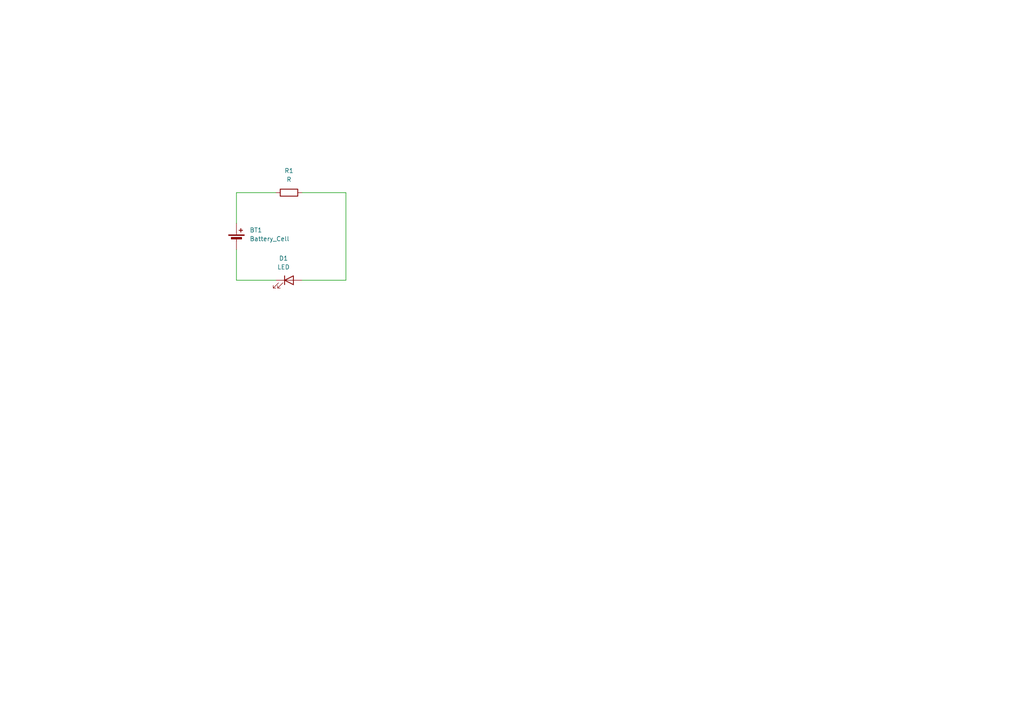
<source format=kicad_sch>
(kicad_sch (version 20231120) (generator "eeschema") (generator_version "8.0")
  (paper "A4")
  (lib_symbols
    (symbol "Device:Battery_Cell" (pin_numbers hide) (pin_names (offset 0) hide)
      (property "Reference" "BT" (at 2.54 2.54 0))
      (property "Value" "Battery_Cell" (at 2.54 0 0))
      (symbol "Battery_Cell_0_1"
        (rectangle (start -2.286 1.778) (end 2.286 1.524) (fill (type outline)))
        (rectangle (start -1.524 1.016) (end 1.524 0.508) (fill (type outline)))
        (polyline (pts (xy 0 0.762) (xy 0 0)))
        (polyline (pts (xy 0 1.778) (xy 0 2.54)))
        (polyline (pts (xy 0.762 3.048) (xy 1.778 3.048)) (stroke (width 0.254)))
        (polyline (pts (xy 1.27 3.556) (xy 1.27 2.54)) (stroke (width 0.254)))
      )
      (symbol "Battery_Cell_1_1"
        (pin passive line (at 0 5.08 270) (length 2.54) (name "+") (number "1"))
        (pin passive line (at 0 -2.54 90) (length 2.54) (name "-") (number "2"))
      )
    )
    (symbol "Device:LED" (pin_numbers hide) (pin_names (offset 1.016) hide)
      (property "Reference" "D" (at 0 2.54 0))
      (property "Value" "LED" (at 0 -2.54 0))
      (symbol "LED_0_1"
        (polyline (pts (xy -1.27 -1.27) (xy -1.27 1.27)) (stroke (width 0.254)))
        (polyline (pts (xy -1.27 0) (xy 1.27 0)))
        (polyline (pts (xy 1.27 -1.27) (xy 1.27 1.27) (xy -1.27 0) (xy 1.27 -1.27)) (stroke (width 0.254)))
        (polyline (pts (xy -3.048 -0.762) (xy -4.572 -2.286) (xy -3.81 -2.286) (xy -4.572 -2.286) (xy -4.572 -1.524)))
        (polyline (pts (xy -1.778 -0.762) (xy -3.302 -2.286) (xy -2.54 -2.286) (xy -3.302 -2.286) (xy -3.302 -1.524)))
      )
      (symbol "LED_1_1"
        (pin passive line (at -3.81 0 0) (length 2.54) (name "K") (number "1"))
        (pin passive line (at 3.81 0 180) (length 2.54) (name "A") (number "2"))
      )
    )
    (symbol "Device:R" (pin_numbers hide) (pin_names (offset 0))
      (property "Reference" "R" (at 2.032 0 90))
      (property "Value" "R" (at 0 0 90))
      (symbol "R_0_1"
        (rectangle (start -1.016 -2.54) (end 1.016 2.54) (stroke (width 0.254)))
      )
      (symbol "R_1_1"
        (pin passive line (at 0 3.81 270) (length 1.27) (name "~") (number "1"))
        (pin passive line (at 0 -3.81 90) (length 1.27) (name "~") (number "2"))
      )
    )
  )
  (wire (pts (xy 68.58 55.88) (xy 80.01 55.88)))
  (wire (pts (xy 87.63 55.88) (xy 100.33 55.88)))
  (wire (pts (xy 100.33 81.28) (xy 87.63 81.28)))
  (wire (pts (xy 68.58 64.77) (xy 68.58 55.88)))
  (wire (pts (xy 68.58 81.28) (xy 68.58 72.39)))
  (wire (pts (xy 80.01 81.28) (xy 68.58 81.28)))
  (wire (pts (xy 100.33 55.88) (xy 100.33 81.28)))
  (symbol (lib_id "Device:Battery_Cell") (at 68.58 69.85 0) (unit 1)
    (property "Reference" "BT1" (at 72.39 66.7384 0) (effects (justify left)))
    (property "Value" "Battery_Cell" (at 72.39 69.2784 0) (effects (justify left)))
    (property "Footprint" "FS_3_Global_Footprint_Library:MS621FE-FL11E_SEC" (effects (hide yes)))
    (property "Description" "Single-cell battery" (effects (hide yes)))
  )
  (symbol (lib_id "Device:R") (at 83.82 55.88 90) (unit 1)
    (property "Reference" "R1" (at 83.82 49.53 90))
    (property "Value" "R" (at 83.82 52.07 90))
    (property "Footprint" "LED_SMD:LED_0805_2012Metric_Pad1.15x1.40mm_HandSolder" (effects (hide yes)))
    (property "Description" "Resistor" (effects (hide yes)))
  )
  (symbol (lib_id "Device:LED") (at 83.82 81.28 0) (unit 1)
    (property "Reference" "D1" (at 82.2325 74.93 0))
    (property "Value" "LED" (at 82.2325 77.47 0))
    (property "Footprint" "LED_SMD:LED_0805_2012Metric_Pad1.15x1.40mm_HandSolder" (effects (hide yes)))
    (property "Description" "Light emitting diode" (effects (hide yes)))
  )
)
</source>
